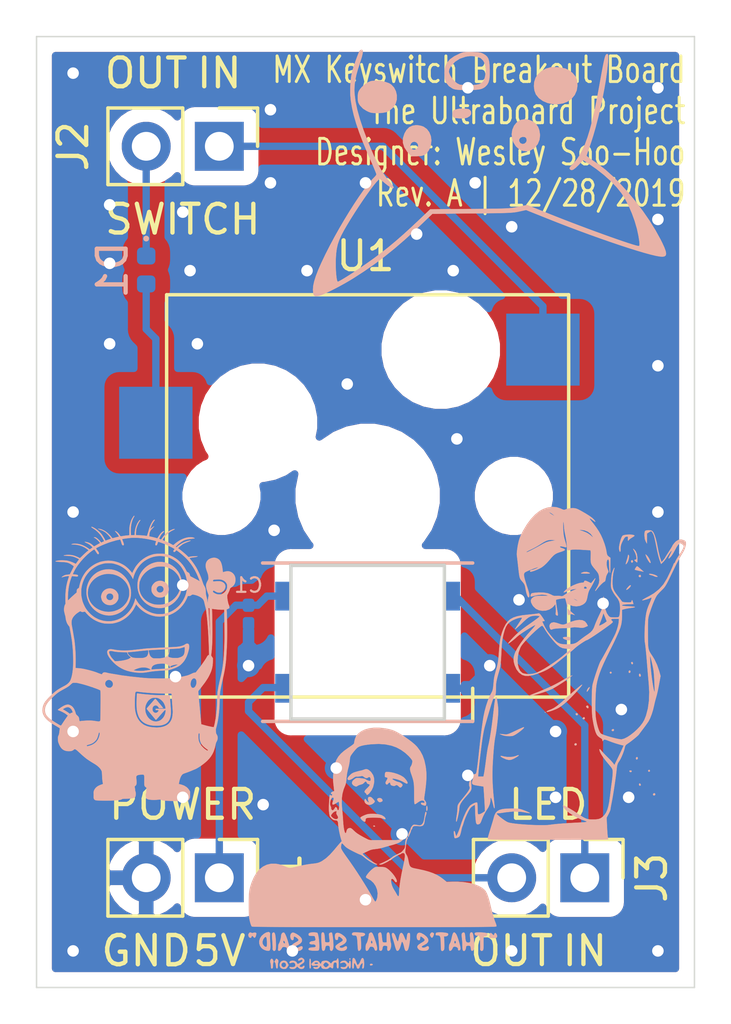
<source format=kicad_pcb>
(kicad_pcb (version 20171130) (host pcbnew 5.1.5)
  (title_block (title "MX Breakout Board") (date 2019-12-28) (rev A) (company "The Ultraboard Project") (comment 1 https://www.gnu.org/licenses/gpl-3.0.en.html) (comment 2 "License: GNU GPLv3") (comment 3 "Designer: Wesley Soo-Hoo"))
  (layers (0 F.Cu signal) (31 B.Cu signal) (34 B.Paste user) (35 F.Paste user) (36 B.SilkS user) (37 F.SilkS user) (38 B.Mask user) (39 F.Mask user) (44 Edge.Cuts user))
  (net 0 "")
  (net 1 GND)
  (net 2 +5V)
  (net 3 /KEYSW_OUT)
  (net 4 "Net-(D1-Pad2)")
  (net 5 /KEYSW_IN)
  (net 6 /LED_DIN)
  (net 7 /LED_DOUT)
  (module ultraboard-img:surprised_pika (layer B.Cu) (at 138.684 106.934)
    (fp_text reference G*** hide)
    (fp_text value LOGO hide)
  )
  (module ultraboard-img:saltbae (layer B.Cu) (at 141.732 124.968 180)
    (fp_text reference G*** hide)
    (fp_text value LOGO hide)
  )
  (module ultraboard-img:minion (layer B.Cu) (at 126.746 124.46 180)
    (fp_text reference G*** hide)
    (fp_text value LOGO hide)
  )
  (module ultraboard-img:michael_scott (layer B.Cu) (at 134.874 131.064 180)
    (fp_text reference G*** hide)
    (fp_text value LOGO hide)
  )
  (module ultraboard:keyswitch_mx (layer F.Cu) (at 134.695001 118.820001)
    (fp_text reference U1 (at -0.075001 -8.330001) (layer F.SilkS))
    (fp_text value keyswitch_mx)
    (fp_line (start 2.667 2.413) (end -2.667 2.413) (layer Edge.Cuts) (width 0.12))
    (fp_line (start 2.667 7.747) (end 2.667 2.413) (layer Edge.Cuts) (width 0.12))
    (fp_line (start -2.667 7.747) (end 2.667 7.747) (layer Edge.Cuts) (width 0.12))
    (fp_line (start -2.667 2.413) (end -2.667 7.747) (layer Edge.Cuts) (width 0.12))
    (pad 3 smd rect (at -2.958 3.48) (size 0.508 1) (layers B.Cu B.Paste B.Mask) (net 2 +5V))
    (pad 4 smd rect (at -2.958 6.68) (size 0.508 1) (layers B.Cu B.Paste B.Mask) (net 7 /LED_DOUT))
    (pad 5 smd rect (at 2.958 6.68) (size 0.508 1) (layers B.Cu B.Paste B.Mask) (net 1 GND))
    (pad 6 smd rect (at 2.958 3.48) (size 0.508 1) (layers B.Cu B.Paste B.Mask) (net 6 /LED_DIN))
    (pad "" np_thru_hole circle (at -5.08 0) (size 1.7 1.7) (drill 1.7) (layers *.Cu *.Mask))
    (pad "" np_thru_hole circle (at 5.08 0) (size 1.7 1.7) (drill 1.7) (layers *.Cu *.Mask))
    (pad 1 smd rect (at 6.09 -5.08) (size 2.55 2.5) (layers B.Cu B.Paste B.Mask) (net 5 /KEYSW_IN))
    (pad 2 smd rect (at -7.36 -2.54) (size 2.55 2.5) (layers B.Cu B.Paste B.Mask) (net 4 "Net-(D1-Pad2)"))
    (pad "" np_thru_hole circle (at -3.81 -2.54 90) (size 3.1 3.1) (drill 3.1) (layers *.Cu *.Mask))
    (pad "" np_thru_hole circle (at 2.54 -5.08) (size 3.1 3.1) (drill 3.1) (layers *.Cu *.Mask))
    (pad "" np_thru_hole circle (at 0 0 180) (size 4 4) (drill 4) (layers *.Cu *.Mask))
  )
  (module Capacitor_SMD:C_0201_0603Metric (layer B.Cu) (at 130.556 122.936 90)
    (fp_text reference C1 (at 1.016 0 180) (layer B.SilkS) (effects (font (size 0.508 0.508) (thickness 0.0762)) (justify mirror)))
    (fp_text value 0.1uF)
    (pad 1 smd roundrect (at -0.32 0 90) (size 0.46 0.4) (layers B.Cu B.Mask) (net 1 GND))
    (pad 2 smd roundrect (at 0.32 0 90) (size 0.46 0.4) (layers B.Cu B.Mask) (net 2 +5V))
  )
  (module Diode_SMD:D_0402_1005Metric (layer B.Cu) (at 127 110.975 270)
    (fp_text reference D1 (at 0 1.17 90) (layer B.SilkS) (effects (justify mirror)))
    (fp_text value D_Small)
    (pad 1 smd roundrect (at -0.485 0 270) (size 0.59 0.64) (layers B.Cu B.Paste B.Mask) (net 3 /KEYSW_OUT))
    (pad 2 smd roundrect (at 0.485 0 270) (size 0.59 0.64) (layers B.Cu B.Paste B.Mask) (net 4 "Net-(D1-Pad2)"))
  )
  (module Connector_PinHeader_2.54mm:PinHeader_1x02_P2.54mm_Vertical (layer F.Cu) (at 129.54 132.08 270)
    (fp_text reference J1 (at 0 -2.33 90) (layer F.SilkS))
    (fp_text value CONN_PWR)
    (pad 1 thru_hole rect (at 0 0 270) (size 1.7 1.7) (drill 1) (layers *.Cu *.Mask) (net 2 +5V))
    (pad 2 thru_hole oval (at 0 2.54 270) (size 1.7 1.7) (drill 1) (layers *.Cu *.Mask) (net 1 GND))
  )
  (module Connector_PinHeader_2.54mm:PinHeader_1x02_P2.54mm_Vertical (layer F.Cu) (at 129.54 106.68 270)
    (fp_text reference J2 (at 0 5.08 90) (layer F.SilkS))
    (fp_text value CONN_KEYSW)
    (pad 2 thru_hole oval (at 0 2.54 270) (size 1.7 1.7) (drill 1) (layers *.Cu *.Mask) (net 3 /KEYSW_OUT))
    (pad 1 thru_hole rect (at 0 0 270) (size 1.7 1.7) (drill 1) (layers *.Cu *.Mask) (net 5 /KEYSW_IN))
  )
  (module Connector_PinHeader_2.54mm:PinHeader_1x02_P2.54mm_Vertical (layer F.Cu) (at 142.24 132.08 270)
    (fp_text reference J3 (at 0 -2.33 90) (layer F.SilkS))
    (fp_text value CONN_LED)
    (pad 1 thru_hole rect (at 0 0 270) (size 1.7 1.7) (drill 1) (layers *.Cu *.Mask) (net 6 /LED_DIN))
    (pad 2 thru_hole oval (at 0 2.54 270) (size 1.7 1.7) (drill 1) (layers *.Cu *.Mask) (net 7 /LED_DOUT))
  )
  (gr_text "MX Keyswitch Breakout Board\nThe Ultraboard Project\nDesigner: Wesley Soo-Hoo\nRev. A | 12/28/2019" (at 145.796 106.172) (layer F.SilkS) (effects (font (size 0.889 0.635) (thickness 0.1016)) (justify right)))
  (gr_text OUT (at 127 104.14) (layer F.SilkS) (effects (font (size 1 1))))
  (gr_text IN (at 129.54 104.14) (layer F.SilkS) (effects (font (size 1 1))))
  (gr_text SWITCH (at 128.27 109.22) (layer F.SilkS) (effects (font (size 1 1))))
  (gr_text POWER (at 128.27 129.54) (layer F.SilkS) (effects (font (size 1 1))))
  (gr_text LED (at 140.97 129.54) (layer F.SilkS) (effects (font (size 1 1))))
  (gr_text IN (at 142.24 134.62) (layer F.SilkS) (effects (font (size 1 1))))
  (gr_text OUT (at 139.7 134.62) (layer F.SilkS) (effects (font (size 1 1))))
  (gr_text 5V (at 129.54 134.62) (layer F.SilkS) (effects (font (size 1 1))))
  (gr_text GND (at 127 134.62) (layer F.SilkS) (effects (font (size 1.016 1.016) (thickness 0.1524))))
  (gr_line (start 123.19 135.89) (end 123.19 102.87) (layer Edge.Cuts) (width 0.05))
  (gr_line (start 146.05 135.89) (end 123.19 135.89) (layer Edge.Cuts) (width 0.05))
  (gr_line (start 146.05 102.87) (end 146.05 135.89) (layer Edge.Cuts) (width 0.05))
  (gr_line (start 123.19 102.87) (end 146.05 102.87) (layer Edge.Cuts) (width 0.05))
  (via (at 130.556 124.714) (size 0.8) (drill 0.4) (layers F.Cu B.Cu) (net 1))
  (via (at 128.016 125.095) (size 0.8) (drill 0.4) (layers F.Cu B.Cu) (net 1))
  (via (at 131.064 129.54) (size 0.8) (drill 0.4) (layers F.Cu B.Cu) (net 1))
  (via (at 128.27 129.286) (size 0.8) (drill 0.4) (layers F.Cu B.Cu) (net 1))
  (via (at 133.604 128.27) (size 0.8) (drill 0.4) (layers F.Cu B.Cu) (net 1))
  (via (at 135.89 130.556) (size 0.8) (drill 0.4) (layers F.Cu B.Cu) (net 1))
  (via (at 134.62 132.842) (size 0.8) (drill 0.4) (layers F.Cu B.Cu) (net 1))
  (via (at 139.954 122.428) (size 0.8) (drill 0.4) (layers F.Cu B.Cu) (net 1))
  (via (at 141.224 127) (size 0.8) (drill 0.4) (layers F.Cu B.Cu) (net 1))
  (via (at 143.51 126.238) (size 0.8) (drill 0.4) (layers F.Cu B.Cu) (net 1))
  (via (at 141.224 129.286) (size 0.8) (drill 0.4) (layers F.Cu B.Cu) (net 1))
  (via (at 143.764 129.286) (size 0.8) (drill 0.4) (layers F.Cu B.Cu) (net 1))
  (via (at 138.176 128.524) (size 0.8) (drill 0.4) (layers F.Cu B.Cu) (net 1))
  (via (at 125.73 108.712) (size 0.8) (drill 0.4) (layers F.Cu B.Cu) (net 1))
  (via (at 128.27 108.966) (size 0.8) (drill 0.4) (layers F.Cu B.Cu) (net 1))
  (via (at 128.778 113.538) (size 0.8) (drill 0.4) (layers F.Cu B.Cu) (net 1))
  (via (at 125.73 113.538) (size 0.8) (drill 0.4) (layers F.Cu B.Cu) (net 1))
  (via (at 125.73 110.744) (size 0.8) (drill 0.4) (layers F.Cu B.Cu) (net 1))
  (via (at 128.524 110.998) (size 0.8) (drill 0.4) (layers F.Cu B.Cu) (net 1))
  (via (at 131.318 107.95) (size 0.8) (drill 0.4) (layers F.Cu B.Cu) (net 1))
  (via (at 131.318 105.41) (size 0.8) (drill 0.4) (layers F.Cu B.Cu) (net 1))
  (via (at 134.62 107.95) (size 0.8) (drill 0.4) (layers F.Cu B.Cu) (net 1))
  (via (at 136.398 109.728) (size 0.8) (drill 0.4) (layers F.Cu B.Cu) (net 1))
  (via (at 138.43 107.95) (size 0.8) (drill 0.4) (layers F.Cu B.Cu) (net 1))
  (via (at 137.668 110.998) (size 0.8) (drill 0.4) (layers F.Cu B.Cu) (net 1))
  (via (at 139.7 109.474) (size 0.8) (drill 0.4) (layers F.Cu B.Cu) (net 1))
  (via (at 132.588 110.998) (size 0.8) (drill 0.4) (layers F.Cu B.Cu) (net 1))
  (segment (start 130.556 123.256) (end 130.556 124.714) (width 0.254) (layer B.Cu) (net 1))
  (via (at 124.46 104.14) (size 0.8) (drill 0.4) (layers F.Cu B.Cu) (net 1))
  (via (at 138.176 104.648) (size 0.8) (drill 0.4) (layers F.Cu B.Cu) (net 1))
  (via (at 144.78 104.648) (size 0.8) (drill 0.4) (layers F.Cu B.Cu) (net 1))
  (via (at 144.78 109.22) (size 0.8) (drill 0.4) (layers F.Cu B.Cu) (net 1))
  (via (at 144.78 114.3) (size 0.8) (drill 0.4) (layers F.Cu B.Cu) (net 1))
  (via (at 144.78 119.38) (size 0.8) (drill 0.4) (layers F.Cu B.Cu) (net 1))
  (via (at 144.78 134.62) (size 0.8) (drill 0.4) (layers F.Cu B.Cu) (net 1))
  (via (at 139.7 134.62) (size 0.8) (drill 0.4) (layers F.Cu B.Cu) (net 1))
  (via (at 132.08 134.62) (size 0.8) (drill 0.4) (layers F.Cu B.Cu) (net 1))
  (via (at 124.46 134.62) (size 0.8) (drill 0.4) (layers F.Cu B.Cu) (net 1))
  (via (at 124.46 127) (size 0.8) (drill 0.4) (layers F.Cu B.Cu) (net 1))
  (via (at 124.46 119.38) (size 0.8) (drill 0.4) (layers F.Cu B.Cu) (net 1))
  (via (at 137.795 116.84) (size 0.8) (drill 0.4) (layers F.Cu B.Cu) (net 1))
  (via (at 133.985 114.935) (size 0.8) (drill 0.4) (layers F.Cu B.Cu) (net 1))
  (via (at 131.445 120.015) (size 0.8) (drill 0.4) (layers F.Cu B.Cu) (net 1))
  (via (at 128.27 121.92) (size 0.8) (drill 0.4) (layers F.Cu B.Cu) (net 1))
  (via (at 142.875 122.555) (size 0.8) (drill 0.4) (layers F.Cu B.Cu) (net 1))
  (via (at 138.938 124.714) (size 0.8) (drill 0.4) (layers F.Cu B.Cu) (net 1))
  (segment (start 138.151999 125.500001) (end 137.749011 125.500001) (width 0.254) (layer B.Cu) (net 1))
  (segment (start 138.938 124.714) (end 138.151999 125.500001) (width 0.254) (layer B.Cu) (net 1))
  (segment (start 129.54 132.08) (end 129.54 123.19) (width 0.254) (layer B.Cu) (net 2))
  (segment (start 130.114 122.616) (end 130.556 122.616) (width 0.254) (layer B.Cu) (net 2))
  (segment (start 129.54 123.19) (end 130.114 122.616) (width 0.254) (layer B.Cu) (net 2))
  (segment (start 130.556 122.616) (end 130.876 122.616) (width 0.254) (layer B.Cu) (net 2))
  (segment (start 131.191999 122.300001) (end 131.640991 122.300001) (width 0.254) (layer B.Cu) (net 2))
  (segment (start 130.876 122.616) (end 131.191999 122.300001) (width 0.254) (layer B.Cu) (net 2))
  (segment (start 127 110.49) (end 127 106.68) (width 0.254) (layer B.Cu) (net 3))
  (segment (start 127.335001 116.280001) (end 127.335001 113.365001) (width 0.254) (layer B.Cu) (net 4))
  (segment (start 127 113.03) (end 127 111.46) (width 0.254) (layer B.Cu) (net 4))
  (segment (start 127.335001 113.365001) (end 127 113.03) (width 0.254) (layer B.Cu) (net 4))
  (segment (start 135.229 106.68) (end 130.644 106.68) (width 0.254) (layer B.Cu) (net 5))
  (segment (start 130.644 106.68) (end 129.54 106.68) (width 0.254) (layer B.Cu) (net 5))
  (segment (start 140.785001 112.236001) (end 135.229 106.68) (width 0.254) (layer B.Cu) (net 5))
  (segment (start 140.785001 113.740001) (end 140.785001 112.236001) (width 0.254) (layer B.Cu) (net 5))
  (segment (start 142.24 126.79099) (end 137.749011 122.300001) (width 0.254) (layer B.Cu) (net 6))
  (segment (start 142.24 132.08) (end 142.24 126.79099) (width 0.254) (layer B.Cu) (net 6))
  (segment (start 136.338038 132.08) (end 130.556 126.297962) (width 0.254) (layer B.Cu) (net 7))
  (segment (start 139.7 132.08) (end 136.338038 132.08) (width 0.254) (layer B.Cu) (net 7))
  (segment (start 130.556 126.297962) (end 130.556 125.984) (width 0.254) (layer B.Cu) (net 7))
  (segment (start 130.556 125.984) (end 131.064 125.476) (width 0.254) (layer B.Cu) (net 7))
  (segment (start 131.640991 125.476) (end 131.640991 125.500001) (width 0.254) (layer B.Cu) (net 7))
  (segment (start 131.064 125.476) (end 131.640991 125.476) (width 0.254) (layer B.Cu) (net 7))
  (zone (net 1) (net_name GND) (layer F.Cu) (connect_pads (clearance 0.508)) (min_thickness 0.254) (fill yes (arc_segments 32) (thermal_gap 0.508) (thermal_bridge_width 0.508))
    (polygon (pts (xy 147.32 137.16) (xy 121.92 137.16) (xy 121.92 101.6) (xy 147.32 101.6)))
  )
  (zone (net 1) (net_name GND) (layer B.Cu) (connect_pads (clearance 0.508)) (min_thickness 0.254) (fill yes (arc_segments 32) (thermal_gap 0.508) (thermal_bridge_width 0.508))
    (polygon (pts (xy 147.32 137.16) (xy 121.92 137.16) (xy 121.92 101.6) (xy 147.32 101.6)))
  )
)
</source>
